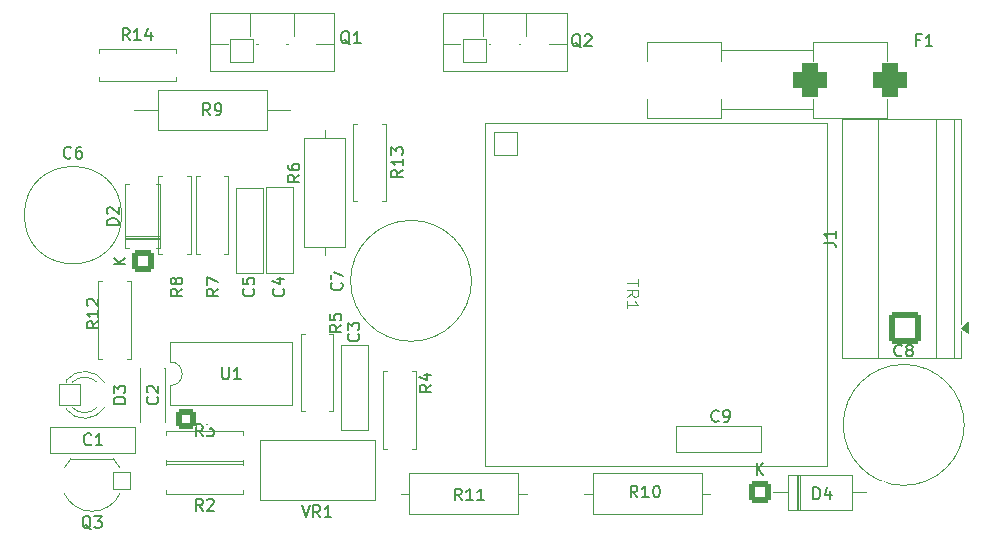
<source format=gbr>
%TF.GenerationSoftware,KiCad,Pcbnew,9.0.6+1*%
%TF.CreationDate,Date%
%TF.ProjectId,StepUp_module_12to450V,53746570-5570-45f6-9d6f-64756c655f31,1.0.0*%
%TF.SameCoordinates,Original*%
%TF.FileFunction,Legend,Top*%
%TF.FilePolarity,Positive*%
%FSLAX46Y46*%
G04 Gerber Fmt 4.6, Leading zero omitted, Abs format (unit mm)*
G04 Created by KiCad*
%MOMM*%
%LPD*%
G01*
G04 APERTURE LIST*
G04 Aperture macros list*
%AMRoundRect*
0 Rectangle with rounded corners*
0 $1 Rounding radius*
0 $2 $3 $4 $5 $6 $7 $8 $9 X,Y pos of 4 corners*
0 Add a 4 corners polygon primitive as box body*
4,1,4,$2,$3,$4,$5,$6,$7,$8,$9,$2,$3,0*
0 Add four circle primitives for the rounded corners*
1,1,$1+$1,$2,$3*
1,1,$1+$1,$4,$5*
1,1,$1+$1,$6,$7*
1,1,$1+$1,$8,$9*
0 Add four rect primitives between the rounded corners*
20,1,$1+$1,$2,$3,$4,$5,0*
20,1,$1+$1,$4,$5,$6,$7,0*
20,1,$1+$1,$6,$7,$8,$9,0*
20,1,$1+$1,$8,$9,$2,$3,0*%
G04 Aperture macros list end*
%ADD10C,0.150000*%
%ADD11C,0.100000*%
%ADD12C,0.120000*%
%ADD13C,1.700000*%
%ADD14RoundRect,0.050000X-0.900000X-0.900000X0.900000X-0.900000X0.900000X0.900000X-0.900000X0.900000X0*%
%ADD15C,1.900000*%
%ADD16C,2.200000*%
%ADD17RoundRect,0.259616X1.090384X-1.090384X1.090384X1.090384X-1.090384X1.090384X-1.090384X-1.090384X0*%
%ADD18C,2.700000*%
%ADD19RoundRect,0.050000X-1.000000X1.000000X-1.000000X-1.000000X1.000000X-1.000000X1.000000X1.000000X0*%
%ADD20C,2.100000*%
%ADD21RoundRect,0.050000X-0.952500X-1.000000X0.952500X-1.000000X0.952500X1.000000X-0.952500X1.000000X0*%
%ADD22O,2.005000X2.100000*%
%ADD23RoundRect,0.050000X0.750000X0.750000X-0.750000X0.750000X-0.750000X-0.750000X0.750000X-0.750000X0*%
%ADD24C,1.600000*%
%ADD25RoundRect,0.265625X0.584375X-0.584375X0.584375X0.584375X-0.584375X0.584375X-0.584375X-0.584375X0*%
%ADD26RoundRect,0.700000X0.700000X0.700000X-0.700000X0.700000X-0.700000X-0.700000X0.700000X-0.700000X0*%
%ADD27C,2.800000*%
%ADD28C,1.540000*%
%ADD29RoundRect,0.263889X0.686111X-0.686111X0.686111X0.686111X-0.686111X0.686111X-0.686111X-0.686111X0*%
%ADD30RoundRect,0.263889X-0.686111X-0.686111X0.686111X-0.686111X0.686111X0.686111X-0.686111X0.686111X0*%
G04 APERTURE END LIST*
D10*
X137453076Y-77683382D02*
X137500696Y-77731001D01*
X137500696Y-77731001D02*
X137548315Y-77873858D01*
X137548315Y-77873858D02*
X137548315Y-77969096D01*
X137548315Y-77969096D02*
X137500696Y-78111953D01*
X137500696Y-78111953D02*
X137405457Y-78207191D01*
X137405457Y-78207191D02*
X137310219Y-78254810D01*
X137310219Y-78254810D02*
X137119743Y-78302429D01*
X137119743Y-78302429D02*
X136976886Y-78302429D01*
X136976886Y-78302429D02*
X136786410Y-78254810D01*
X136786410Y-78254810D02*
X136691172Y-78207191D01*
X136691172Y-78207191D02*
X136595934Y-78111953D01*
X136595934Y-78111953D02*
X136548315Y-77969096D01*
X136548315Y-77969096D02*
X136548315Y-77873858D01*
X136548315Y-77873858D02*
X136595934Y-77731001D01*
X136595934Y-77731001D02*
X136643553Y-77683382D01*
X136881648Y-76826239D02*
X137548315Y-76826239D01*
X136500696Y-77064334D02*
X137214981Y-77302429D01*
X137214981Y-77302429D02*
X137214981Y-76683382D01*
X152553534Y-95594851D02*
X152220201Y-95118660D01*
X151982106Y-95594851D02*
X151982106Y-94594851D01*
X151982106Y-94594851D02*
X152363058Y-94594851D01*
X152363058Y-94594851D02*
X152458296Y-94642470D01*
X152458296Y-94642470D02*
X152505915Y-94690089D01*
X152505915Y-94690089D02*
X152553534Y-94785327D01*
X152553534Y-94785327D02*
X152553534Y-94928184D01*
X152553534Y-94928184D02*
X152505915Y-95023422D01*
X152505915Y-95023422D02*
X152458296Y-95071041D01*
X152458296Y-95071041D02*
X152363058Y-95118660D01*
X152363058Y-95118660D02*
X151982106Y-95118660D01*
X153505915Y-95594851D02*
X152934487Y-95594851D01*
X153220201Y-95594851D02*
X153220201Y-94594851D01*
X153220201Y-94594851D02*
X153124963Y-94737708D01*
X153124963Y-94737708D02*
X153029725Y-94832946D01*
X153029725Y-94832946D02*
X152934487Y-94880565D01*
X154458296Y-95594851D02*
X153886868Y-95594851D01*
X154172582Y-95594851D02*
X154172582Y-94594851D01*
X154172582Y-94594851D02*
X154077344Y-94737708D01*
X154077344Y-94737708D02*
X153982106Y-94832946D01*
X153982106Y-94832946D02*
X153886868Y-94880565D01*
X121178829Y-90830296D02*
X121131210Y-90877916D01*
X121131210Y-90877916D02*
X120988353Y-90925535D01*
X120988353Y-90925535D02*
X120893115Y-90925535D01*
X120893115Y-90925535D02*
X120750258Y-90877916D01*
X120750258Y-90877916D02*
X120655020Y-90782677D01*
X120655020Y-90782677D02*
X120607401Y-90687439D01*
X120607401Y-90687439D02*
X120559782Y-90496963D01*
X120559782Y-90496963D02*
X120559782Y-90354106D01*
X120559782Y-90354106D02*
X120607401Y-90163630D01*
X120607401Y-90163630D02*
X120655020Y-90068392D01*
X120655020Y-90068392D02*
X120750258Y-89973154D01*
X120750258Y-89973154D02*
X120893115Y-89925535D01*
X120893115Y-89925535D02*
X120988353Y-89925535D01*
X120988353Y-89925535D02*
X121131210Y-89973154D01*
X121131210Y-89973154D02*
X121178829Y-90020773D01*
X122131210Y-90925535D02*
X121559782Y-90925535D01*
X121845496Y-90925535D02*
X121845496Y-89925535D01*
X121845496Y-89925535D02*
X121750258Y-90068392D01*
X121750258Y-90068392D02*
X121655020Y-90163630D01*
X121655020Y-90163630D02*
X121559782Y-90211249D01*
X124086315Y-87398810D02*
X123086315Y-87398810D01*
X123086315Y-87398810D02*
X123086315Y-87160715D01*
X123086315Y-87160715D02*
X123133934Y-87017858D01*
X123133934Y-87017858D02*
X123229172Y-86922620D01*
X123229172Y-86922620D02*
X123324410Y-86875001D01*
X123324410Y-86875001D02*
X123514886Y-86827382D01*
X123514886Y-86827382D02*
X123657743Y-86827382D01*
X123657743Y-86827382D02*
X123848219Y-86875001D01*
X123848219Y-86875001D02*
X123943457Y-86922620D01*
X123943457Y-86922620D02*
X124038696Y-87017858D01*
X124038696Y-87017858D02*
X124086315Y-87160715D01*
X124086315Y-87160715D02*
X124086315Y-87398810D01*
X123086315Y-86494048D02*
X123086315Y-85875001D01*
X123086315Y-85875001D02*
X123467267Y-86208334D01*
X123467267Y-86208334D02*
X123467267Y-86065477D01*
X123467267Y-86065477D02*
X123514886Y-85970239D01*
X123514886Y-85970239D02*
X123562505Y-85922620D01*
X123562505Y-85922620D02*
X123657743Y-85875001D01*
X123657743Y-85875001D02*
X123895838Y-85875001D01*
X123895838Y-85875001D02*
X123991076Y-85922620D01*
X123991076Y-85922620D02*
X124038696Y-85970239D01*
X124038696Y-85970239D02*
X124086315Y-86065477D01*
X124086315Y-86065477D02*
X124086315Y-86351191D01*
X124086315Y-86351191D02*
X124038696Y-86446429D01*
X124038696Y-86446429D02*
X123991076Y-86494048D01*
X167437934Y-95340851D02*
X167104601Y-94864660D01*
X166866506Y-95340851D02*
X166866506Y-94340851D01*
X166866506Y-94340851D02*
X167247458Y-94340851D01*
X167247458Y-94340851D02*
X167342696Y-94388470D01*
X167342696Y-94388470D02*
X167390315Y-94436089D01*
X167390315Y-94436089D02*
X167437934Y-94531327D01*
X167437934Y-94531327D02*
X167437934Y-94674184D01*
X167437934Y-94674184D02*
X167390315Y-94769422D01*
X167390315Y-94769422D02*
X167342696Y-94817041D01*
X167342696Y-94817041D02*
X167247458Y-94864660D01*
X167247458Y-94864660D02*
X166866506Y-94864660D01*
X168390315Y-95340851D02*
X167818887Y-95340851D01*
X168104601Y-95340851D02*
X168104601Y-94340851D01*
X168104601Y-94340851D02*
X168009363Y-94483708D01*
X168009363Y-94483708D02*
X167914125Y-94578946D01*
X167914125Y-94578946D02*
X167818887Y-94626565D01*
X169009363Y-94340851D02*
X169104601Y-94340851D01*
X169104601Y-94340851D02*
X169199839Y-94388470D01*
X169199839Y-94388470D02*
X169247458Y-94436089D01*
X169247458Y-94436089D02*
X169295077Y-94531327D01*
X169295077Y-94531327D02*
X169342696Y-94721803D01*
X169342696Y-94721803D02*
X169342696Y-94959898D01*
X169342696Y-94959898D02*
X169295077Y-95150374D01*
X169295077Y-95150374D02*
X169247458Y-95245612D01*
X169247458Y-95245612D02*
X169199839Y-95293232D01*
X169199839Y-95293232D02*
X169104601Y-95340851D01*
X169104601Y-95340851D02*
X169009363Y-95340851D01*
X169009363Y-95340851D02*
X168914125Y-95293232D01*
X168914125Y-95293232D02*
X168866506Y-95245612D01*
X168866506Y-95245612D02*
X168818887Y-95150374D01*
X168818887Y-95150374D02*
X168771268Y-94959898D01*
X168771268Y-94959898D02*
X168771268Y-94721803D01*
X168771268Y-94721803D02*
X168818887Y-94531327D01*
X168818887Y-94531327D02*
X168866506Y-94436089D01*
X168866506Y-94436089D02*
X168914125Y-94388470D01*
X168914125Y-94388470D02*
X169009363Y-94340851D01*
X183238819Y-73797333D02*
X183953104Y-73797333D01*
X183953104Y-73797333D02*
X184095961Y-73844952D01*
X184095961Y-73844952D02*
X184191200Y-73940190D01*
X184191200Y-73940190D02*
X184238819Y-74083047D01*
X184238819Y-74083047D02*
X184238819Y-74178285D01*
X184238819Y-72797333D02*
X184238819Y-73368761D01*
X184238819Y-73083047D02*
X183238819Y-73083047D01*
X183238819Y-73083047D02*
X183381676Y-73178285D01*
X183381676Y-73178285D02*
X183476914Y-73273523D01*
X183476914Y-73273523D02*
X183524533Y-73368761D01*
X149994315Y-85811382D02*
X149518124Y-86144715D01*
X149994315Y-86382810D02*
X148994315Y-86382810D01*
X148994315Y-86382810D02*
X148994315Y-86001858D01*
X148994315Y-86001858D02*
X149041934Y-85906620D01*
X149041934Y-85906620D02*
X149089553Y-85859001D01*
X149089553Y-85859001D02*
X149184791Y-85811382D01*
X149184791Y-85811382D02*
X149327648Y-85811382D01*
X149327648Y-85811382D02*
X149422886Y-85859001D01*
X149422886Y-85859001D02*
X149470505Y-85906620D01*
X149470505Y-85906620D02*
X149518124Y-86001858D01*
X149518124Y-86001858D02*
X149518124Y-86382810D01*
X149327648Y-84954239D02*
X149994315Y-84954239D01*
X148946696Y-85192334D02*
X149660981Y-85430429D01*
X149660981Y-85430429D02*
X149660981Y-84811382D01*
X142374315Y-80731382D02*
X141898124Y-81064715D01*
X142374315Y-81302810D02*
X141374315Y-81302810D01*
X141374315Y-81302810D02*
X141374315Y-80921858D01*
X141374315Y-80921858D02*
X141421934Y-80826620D01*
X141421934Y-80826620D02*
X141469553Y-80779001D01*
X141469553Y-80779001D02*
X141564791Y-80731382D01*
X141564791Y-80731382D02*
X141707648Y-80731382D01*
X141707648Y-80731382D02*
X141802886Y-80779001D01*
X141802886Y-80779001D02*
X141850505Y-80826620D01*
X141850505Y-80826620D02*
X141898124Y-80921858D01*
X141898124Y-80921858D02*
X141898124Y-81302810D01*
X141374315Y-79826620D02*
X141374315Y-80302810D01*
X141374315Y-80302810D02*
X141850505Y-80350429D01*
X141850505Y-80350429D02*
X141802886Y-80302810D01*
X141802886Y-80302810D02*
X141755267Y-80207572D01*
X141755267Y-80207572D02*
X141755267Y-79969477D01*
X141755267Y-79969477D02*
X141802886Y-79874239D01*
X141802886Y-79874239D02*
X141850505Y-79826620D01*
X141850505Y-79826620D02*
X141945743Y-79779001D01*
X141945743Y-79779001D02*
X142183838Y-79779001D01*
X142183838Y-79779001D02*
X142279076Y-79826620D01*
X142279076Y-79826620D02*
X142326696Y-79874239D01*
X142326696Y-79874239D02*
X142374315Y-79969477D01*
X142374315Y-79969477D02*
X142374315Y-80207572D01*
X142374315Y-80207572D02*
X142326696Y-80302810D01*
X142326696Y-80302810D02*
X142279076Y-80350429D01*
X134913076Y-77683382D02*
X134960696Y-77731001D01*
X134960696Y-77731001D02*
X135008315Y-77873858D01*
X135008315Y-77873858D02*
X135008315Y-77969096D01*
X135008315Y-77969096D02*
X134960696Y-78111953D01*
X134960696Y-78111953D02*
X134865457Y-78207191D01*
X134865457Y-78207191D02*
X134770219Y-78254810D01*
X134770219Y-78254810D02*
X134579743Y-78302429D01*
X134579743Y-78302429D02*
X134436886Y-78302429D01*
X134436886Y-78302429D02*
X134246410Y-78254810D01*
X134246410Y-78254810D02*
X134151172Y-78207191D01*
X134151172Y-78207191D02*
X134055934Y-78111953D01*
X134055934Y-78111953D02*
X134008315Y-77969096D01*
X134008315Y-77969096D02*
X134008315Y-77873858D01*
X134008315Y-77873858D02*
X134055934Y-77731001D01*
X134055934Y-77731001D02*
X134103553Y-77683382D01*
X134008315Y-76778620D02*
X134008315Y-77254810D01*
X134008315Y-77254810D02*
X134484505Y-77302429D01*
X134484505Y-77302429D02*
X134436886Y-77254810D01*
X134436886Y-77254810D02*
X134389267Y-77159572D01*
X134389267Y-77159572D02*
X134389267Y-76921477D01*
X134389267Y-76921477D02*
X134436886Y-76826239D01*
X134436886Y-76826239D02*
X134484505Y-76778620D01*
X134484505Y-76778620D02*
X134579743Y-76731001D01*
X134579743Y-76731001D02*
X134817838Y-76731001D01*
X134817838Y-76731001D02*
X134913076Y-76778620D01*
X134913076Y-76778620D02*
X134960696Y-76826239D01*
X134960696Y-76826239D02*
X135008315Y-76921477D01*
X135008315Y-76921477D02*
X135008315Y-77159572D01*
X135008315Y-77159572D02*
X134960696Y-77254810D01*
X134960696Y-77254810D02*
X134913076Y-77302429D01*
X189815656Y-83314580D02*
X189768037Y-83362200D01*
X189768037Y-83362200D02*
X189625180Y-83409819D01*
X189625180Y-83409819D02*
X189529942Y-83409819D01*
X189529942Y-83409819D02*
X189387085Y-83362200D01*
X189387085Y-83362200D02*
X189291847Y-83266961D01*
X189291847Y-83266961D02*
X189244228Y-83171723D01*
X189244228Y-83171723D02*
X189196609Y-82981247D01*
X189196609Y-82981247D02*
X189196609Y-82838390D01*
X189196609Y-82838390D02*
X189244228Y-82647914D01*
X189244228Y-82647914D02*
X189291847Y-82552676D01*
X189291847Y-82552676D02*
X189387085Y-82457438D01*
X189387085Y-82457438D02*
X189529942Y-82409819D01*
X189529942Y-82409819D02*
X189625180Y-82409819D01*
X189625180Y-82409819D02*
X189768037Y-82457438D01*
X189768037Y-82457438D02*
X189815656Y-82505057D01*
X190387085Y-82838390D02*
X190291847Y-82790771D01*
X190291847Y-82790771D02*
X190244228Y-82743152D01*
X190244228Y-82743152D02*
X190196609Y-82647914D01*
X190196609Y-82647914D02*
X190196609Y-82600295D01*
X190196609Y-82600295D02*
X190244228Y-82505057D01*
X190244228Y-82505057D02*
X190291847Y-82457438D01*
X190291847Y-82457438D02*
X190387085Y-82409819D01*
X190387085Y-82409819D02*
X190577561Y-82409819D01*
X190577561Y-82409819D02*
X190672799Y-82457438D01*
X190672799Y-82457438D02*
X190720418Y-82505057D01*
X190720418Y-82505057D02*
X190768037Y-82600295D01*
X190768037Y-82600295D02*
X190768037Y-82647914D01*
X190768037Y-82647914D02*
X190720418Y-82743152D01*
X190720418Y-82743152D02*
X190672799Y-82790771D01*
X190672799Y-82790771D02*
X190577561Y-82838390D01*
X190577561Y-82838390D02*
X190387085Y-82838390D01*
X190387085Y-82838390D02*
X190291847Y-82886009D01*
X190291847Y-82886009D02*
X190244228Y-82933628D01*
X190244228Y-82933628D02*
X190196609Y-83028866D01*
X190196609Y-83028866D02*
X190196609Y-83219342D01*
X190196609Y-83219342D02*
X190244228Y-83314580D01*
X190244228Y-83314580D02*
X190291847Y-83362200D01*
X190291847Y-83362200D02*
X190387085Y-83409819D01*
X190387085Y-83409819D02*
X190577561Y-83409819D01*
X190577561Y-83409819D02*
X190672799Y-83362200D01*
X190672799Y-83362200D02*
X190720418Y-83314580D01*
X190720418Y-83314580D02*
X190768037Y-83219342D01*
X190768037Y-83219342D02*
X190768037Y-83028866D01*
X190768037Y-83028866D02*
X190720418Y-82933628D01*
X190720418Y-82933628D02*
X190672799Y-82886009D01*
X190672799Y-82886009D02*
X190577561Y-82838390D01*
D11*
X167524580Y-76894095D02*
X167524580Y-77465523D01*
X166524580Y-77179809D02*
X167524580Y-77179809D01*
X166524580Y-78370285D02*
X167000771Y-78036952D01*
X166524580Y-77798857D02*
X167524580Y-77798857D01*
X167524580Y-77798857D02*
X167524580Y-78179809D01*
X167524580Y-78179809D02*
X167476961Y-78275047D01*
X167476961Y-78275047D02*
X167429342Y-78322666D01*
X167429342Y-78322666D02*
X167334104Y-78370285D01*
X167334104Y-78370285D02*
X167191247Y-78370285D01*
X167191247Y-78370285D02*
X167096009Y-78322666D01*
X167096009Y-78322666D02*
X167048390Y-78275047D01*
X167048390Y-78275047D02*
X167000771Y-78179809D01*
X167000771Y-78179809D02*
X167000771Y-77798857D01*
X166524580Y-79322666D02*
X166524580Y-78751238D01*
X166524580Y-79036952D02*
X167524580Y-79036952D01*
X167524580Y-79036952D02*
X167381723Y-78941714D01*
X167381723Y-78941714D02*
X167286485Y-78846476D01*
X167286485Y-78846476D02*
X167238866Y-78751238D01*
D10*
X143094257Y-56984773D02*
X142999019Y-56937154D01*
X142999019Y-56937154D02*
X142903781Y-56841916D01*
X142903781Y-56841916D02*
X142760924Y-56699058D01*
X142760924Y-56699058D02*
X142665686Y-56651439D01*
X142665686Y-56651439D02*
X142570448Y-56651439D01*
X142618067Y-56889535D02*
X142522829Y-56841916D01*
X142522829Y-56841916D02*
X142427591Y-56746677D01*
X142427591Y-56746677D02*
X142379972Y-56556201D01*
X142379972Y-56556201D02*
X142379972Y-56222868D01*
X142379972Y-56222868D02*
X142427591Y-56032392D01*
X142427591Y-56032392D02*
X142522829Y-55937154D01*
X142522829Y-55937154D02*
X142618067Y-55889535D01*
X142618067Y-55889535D02*
X142808543Y-55889535D01*
X142808543Y-55889535D02*
X142903781Y-55937154D01*
X142903781Y-55937154D02*
X142999019Y-56032392D01*
X142999019Y-56032392D02*
X143046638Y-56222868D01*
X143046638Y-56222868D02*
X143046638Y-56556201D01*
X143046638Y-56556201D02*
X142999019Y-56746677D01*
X142999019Y-56746677D02*
X142903781Y-56841916D01*
X142903781Y-56841916D02*
X142808543Y-56889535D01*
X142808543Y-56889535D02*
X142618067Y-56889535D01*
X143999019Y-56889535D02*
X143427591Y-56889535D01*
X143713305Y-56889535D02*
X143713305Y-55889535D01*
X143713305Y-55889535D02*
X143618067Y-56032392D01*
X143618067Y-56032392D02*
X143522829Y-56127630D01*
X143522829Y-56127630D02*
X143427591Y-56175249D01*
X131263333Y-62985535D02*
X130930000Y-62509344D01*
X130691905Y-62985535D02*
X130691905Y-61985535D01*
X130691905Y-61985535D02*
X131072857Y-61985535D01*
X131072857Y-61985535D02*
X131168095Y-62033154D01*
X131168095Y-62033154D02*
X131215714Y-62080773D01*
X131215714Y-62080773D02*
X131263333Y-62176011D01*
X131263333Y-62176011D02*
X131263333Y-62318868D01*
X131263333Y-62318868D02*
X131215714Y-62414106D01*
X131215714Y-62414106D02*
X131168095Y-62461725D01*
X131168095Y-62461725D02*
X131072857Y-62509344D01*
X131072857Y-62509344D02*
X130691905Y-62509344D01*
X131739524Y-62985535D02*
X131930000Y-62985535D01*
X131930000Y-62985535D02*
X132025238Y-62937916D01*
X132025238Y-62937916D02*
X132072857Y-62890296D01*
X132072857Y-62890296D02*
X132168095Y-62747439D01*
X132168095Y-62747439D02*
X132215714Y-62556963D01*
X132215714Y-62556963D02*
X132215714Y-62176011D01*
X132215714Y-62176011D02*
X132168095Y-62080773D01*
X132168095Y-62080773D02*
X132120476Y-62033154D01*
X132120476Y-62033154D02*
X132025238Y-61985535D01*
X132025238Y-61985535D02*
X131834762Y-61985535D01*
X131834762Y-61985535D02*
X131739524Y-62033154D01*
X131739524Y-62033154D02*
X131691905Y-62080773D01*
X131691905Y-62080773D02*
X131644286Y-62176011D01*
X131644286Y-62176011D02*
X131644286Y-62414106D01*
X131644286Y-62414106D02*
X131691905Y-62509344D01*
X131691905Y-62509344D02*
X131739524Y-62556963D01*
X131739524Y-62556963D02*
X131834762Y-62604582D01*
X131834762Y-62604582D02*
X132025238Y-62604582D01*
X132025238Y-62604582D02*
X132120476Y-62556963D01*
X132120476Y-62556963D02*
X132168095Y-62509344D01*
X132168095Y-62509344D02*
X132215714Y-62414106D01*
X143803076Y-81493382D02*
X143850696Y-81541001D01*
X143850696Y-81541001D02*
X143898315Y-81683858D01*
X143898315Y-81683858D02*
X143898315Y-81779096D01*
X143898315Y-81779096D02*
X143850696Y-81921953D01*
X143850696Y-81921953D02*
X143755457Y-82017191D01*
X143755457Y-82017191D02*
X143660219Y-82064810D01*
X143660219Y-82064810D02*
X143469743Y-82112429D01*
X143469743Y-82112429D02*
X143326886Y-82112429D01*
X143326886Y-82112429D02*
X143136410Y-82064810D01*
X143136410Y-82064810D02*
X143041172Y-82017191D01*
X143041172Y-82017191D02*
X142945934Y-81921953D01*
X142945934Y-81921953D02*
X142898315Y-81779096D01*
X142898315Y-81779096D02*
X142898315Y-81683858D01*
X142898315Y-81683858D02*
X142945934Y-81541001D01*
X142945934Y-81541001D02*
X142993553Y-81493382D01*
X142898315Y-81160048D02*
X142898315Y-80541001D01*
X142898315Y-80541001D02*
X143279267Y-80874334D01*
X143279267Y-80874334D02*
X143279267Y-80731477D01*
X143279267Y-80731477D02*
X143326886Y-80636239D01*
X143326886Y-80636239D02*
X143374505Y-80588620D01*
X143374505Y-80588620D02*
X143469743Y-80541001D01*
X143469743Y-80541001D02*
X143707838Y-80541001D01*
X143707838Y-80541001D02*
X143803076Y-80588620D01*
X143803076Y-80588620D02*
X143850696Y-80636239D01*
X143850696Y-80636239D02*
X143898315Y-80731477D01*
X143898315Y-80731477D02*
X143898315Y-81017191D01*
X143898315Y-81017191D02*
X143850696Y-81112429D01*
X143850696Y-81112429D02*
X143803076Y-81160048D01*
X126785076Y-86827382D02*
X126832696Y-86875001D01*
X126832696Y-86875001D02*
X126880315Y-87017858D01*
X126880315Y-87017858D02*
X126880315Y-87113096D01*
X126880315Y-87113096D02*
X126832696Y-87255953D01*
X126832696Y-87255953D02*
X126737457Y-87351191D01*
X126737457Y-87351191D02*
X126642219Y-87398810D01*
X126642219Y-87398810D02*
X126451743Y-87446429D01*
X126451743Y-87446429D02*
X126308886Y-87446429D01*
X126308886Y-87446429D02*
X126118410Y-87398810D01*
X126118410Y-87398810D02*
X126023172Y-87351191D01*
X126023172Y-87351191D02*
X125927934Y-87255953D01*
X125927934Y-87255953D02*
X125880315Y-87113096D01*
X125880315Y-87113096D02*
X125880315Y-87017858D01*
X125880315Y-87017858D02*
X125927934Y-86875001D01*
X125927934Y-86875001D02*
X125975553Y-86827382D01*
X125975553Y-86446429D02*
X125927934Y-86398810D01*
X125927934Y-86398810D02*
X125880315Y-86303572D01*
X125880315Y-86303572D02*
X125880315Y-86065477D01*
X125880315Y-86065477D02*
X125927934Y-85970239D01*
X125927934Y-85970239D02*
X125975553Y-85922620D01*
X125975553Y-85922620D02*
X126070791Y-85875001D01*
X126070791Y-85875001D02*
X126166029Y-85875001D01*
X126166029Y-85875001D02*
X126308886Y-85922620D01*
X126308886Y-85922620D02*
X126880315Y-86494048D01*
X126880315Y-86494048D02*
X126880315Y-85875001D01*
X121174761Y-98035057D02*
X121079523Y-97987438D01*
X121079523Y-97987438D02*
X120984285Y-97892200D01*
X120984285Y-97892200D02*
X120841428Y-97749342D01*
X120841428Y-97749342D02*
X120746190Y-97701723D01*
X120746190Y-97701723D02*
X120650952Y-97701723D01*
X120698571Y-97939819D02*
X120603333Y-97892200D01*
X120603333Y-97892200D02*
X120508095Y-97796961D01*
X120508095Y-97796961D02*
X120460476Y-97606485D01*
X120460476Y-97606485D02*
X120460476Y-97273152D01*
X120460476Y-97273152D02*
X120508095Y-97082676D01*
X120508095Y-97082676D02*
X120603333Y-96987438D01*
X120603333Y-96987438D02*
X120698571Y-96939819D01*
X120698571Y-96939819D02*
X120889047Y-96939819D01*
X120889047Y-96939819D02*
X120984285Y-96987438D01*
X120984285Y-96987438D02*
X121079523Y-97082676D01*
X121079523Y-97082676D02*
X121127142Y-97273152D01*
X121127142Y-97273152D02*
X121127142Y-97606485D01*
X121127142Y-97606485D02*
X121079523Y-97796961D01*
X121079523Y-97796961D02*
X120984285Y-97892200D01*
X120984285Y-97892200D02*
X120889047Y-97939819D01*
X120889047Y-97939819D02*
X120698571Y-97939819D01*
X121460476Y-96939819D02*
X122079523Y-96939819D01*
X122079523Y-96939819D02*
X121746190Y-97320771D01*
X121746190Y-97320771D02*
X121889047Y-97320771D01*
X121889047Y-97320771D02*
X121984285Y-97368390D01*
X121984285Y-97368390D02*
X122031904Y-97416009D01*
X122031904Y-97416009D02*
X122079523Y-97511247D01*
X122079523Y-97511247D02*
X122079523Y-97749342D01*
X122079523Y-97749342D02*
X122031904Y-97844580D01*
X122031904Y-97844580D02*
X121984285Y-97892200D01*
X121984285Y-97892200D02*
X121889047Y-97939819D01*
X121889047Y-97939819D02*
X121603333Y-97939819D01*
X121603333Y-97939819D02*
X121508095Y-97892200D01*
X121508095Y-97892200D02*
X121460476Y-97844580D01*
X130628333Y-90163535D02*
X130295000Y-89687344D01*
X130056905Y-90163535D02*
X130056905Y-89163535D01*
X130056905Y-89163535D02*
X130437857Y-89163535D01*
X130437857Y-89163535D02*
X130533095Y-89211154D01*
X130533095Y-89211154D02*
X130580714Y-89258773D01*
X130580714Y-89258773D02*
X130628333Y-89354011D01*
X130628333Y-89354011D02*
X130628333Y-89496868D01*
X130628333Y-89496868D02*
X130580714Y-89592106D01*
X130580714Y-89592106D02*
X130533095Y-89639725D01*
X130533095Y-89639725D02*
X130437857Y-89687344D01*
X130437857Y-89687344D02*
X130056905Y-89687344D01*
X130961667Y-89163535D02*
X131580714Y-89163535D01*
X131580714Y-89163535D02*
X131247381Y-89544487D01*
X131247381Y-89544487D02*
X131390238Y-89544487D01*
X131390238Y-89544487D02*
X131485476Y-89592106D01*
X131485476Y-89592106D02*
X131533095Y-89639725D01*
X131533095Y-89639725D02*
X131580714Y-89734963D01*
X131580714Y-89734963D02*
X131580714Y-89973058D01*
X131580714Y-89973058D02*
X131533095Y-90068296D01*
X131533095Y-90068296D02*
X131485476Y-90115916D01*
X131485476Y-90115916D02*
X131390238Y-90163535D01*
X131390238Y-90163535D02*
X131104524Y-90163535D01*
X131104524Y-90163535D02*
X131009286Y-90115916D01*
X131009286Y-90115916D02*
X130961667Y-90068296D01*
X132267591Y-84332535D02*
X132267591Y-85142058D01*
X132267591Y-85142058D02*
X132315210Y-85237296D01*
X132315210Y-85237296D02*
X132362829Y-85284916D01*
X132362829Y-85284916D02*
X132458067Y-85332535D01*
X132458067Y-85332535D02*
X132648543Y-85332535D01*
X132648543Y-85332535D02*
X132743781Y-85284916D01*
X132743781Y-85284916D02*
X132791400Y-85237296D01*
X132791400Y-85237296D02*
X132839019Y-85142058D01*
X132839019Y-85142058D02*
X132839019Y-84332535D01*
X133839019Y-85332535D02*
X133267591Y-85332535D01*
X133553305Y-85332535D02*
X133553305Y-84332535D01*
X133553305Y-84332535D02*
X133458067Y-84475392D01*
X133458067Y-84475392D02*
X133362829Y-84570630D01*
X133362829Y-84570630D02*
X133267591Y-84618249D01*
X119483333Y-66559580D02*
X119435714Y-66607200D01*
X119435714Y-66607200D02*
X119292857Y-66654819D01*
X119292857Y-66654819D02*
X119197619Y-66654819D01*
X119197619Y-66654819D02*
X119054762Y-66607200D01*
X119054762Y-66607200D02*
X118959524Y-66511961D01*
X118959524Y-66511961D02*
X118911905Y-66416723D01*
X118911905Y-66416723D02*
X118864286Y-66226247D01*
X118864286Y-66226247D02*
X118864286Y-66083390D01*
X118864286Y-66083390D02*
X118911905Y-65892914D01*
X118911905Y-65892914D02*
X118959524Y-65797676D01*
X118959524Y-65797676D02*
X119054762Y-65702438D01*
X119054762Y-65702438D02*
X119197619Y-65654819D01*
X119197619Y-65654819D02*
X119292857Y-65654819D01*
X119292857Y-65654819D02*
X119435714Y-65702438D01*
X119435714Y-65702438D02*
X119483333Y-65750057D01*
X120340476Y-65654819D02*
X120150000Y-65654819D01*
X120150000Y-65654819D02*
X120054762Y-65702438D01*
X120054762Y-65702438D02*
X120007143Y-65750057D01*
X120007143Y-65750057D02*
X119911905Y-65892914D01*
X119911905Y-65892914D02*
X119864286Y-66083390D01*
X119864286Y-66083390D02*
X119864286Y-66464342D01*
X119864286Y-66464342D02*
X119911905Y-66559580D01*
X119911905Y-66559580D02*
X119959524Y-66607200D01*
X119959524Y-66607200D02*
X120054762Y-66654819D01*
X120054762Y-66654819D02*
X120245238Y-66654819D01*
X120245238Y-66654819D02*
X120340476Y-66607200D01*
X120340476Y-66607200D02*
X120388095Y-66559580D01*
X120388095Y-66559580D02*
X120435714Y-66464342D01*
X120435714Y-66464342D02*
X120435714Y-66226247D01*
X120435714Y-66226247D02*
X120388095Y-66131009D01*
X120388095Y-66131009D02*
X120340476Y-66083390D01*
X120340476Y-66083390D02*
X120245238Y-66035771D01*
X120245238Y-66035771D02*
X120054762Y-66035771D01*
X120054762Y-66035771D02*
X119959524Y-66083390D01*
X119959524Y-66083390D02*
X119911905Y-66131009D01*
X119911905Y-66131009D02*
X119864286Y-66226247D01*
X174315629Y-88849096D02*
X174268010Y-88896716D01*
X174268010Y-88896716D02*
X174125153Y-88944335D01*
X174125153Y-88944335D02*
X174029915Y-88944335D01*
X174029915Y-88944335D02*
X173887058Y-88896716D01*
X173887058Y-88896716D02*
X173791820Y-88801477D01*
X173791820Y-88801477D02*
X173744201Y-88706239D01*
X173744201Y-88706239D02*
X173696582Y-88515763D01*
X173696582Y-88515763D02*
X173696582Y-88372906D01*
X173696582Y-88372906D02*
X173744201Y-88182430D01*
X173744201Y-88182430D02*
X173791820Y-88087192D01*
X173791820Y-88087192D02*
X173887058Y-87991954D01*
X173887058Y-87991954D02*
X174029915Y-87944335D01*
X174029915Y-87944335D02*
X174125153Y-87944335D01*
X174125153Y-87944335D02*
X174268010Y-87991954D01*
X174268010Y-87991954D02*
X174315629Y-88039573D01*
X174791820Y-88944335D02*
X174982296Y-88944335D01*
X174982296Y-88944335D02*
X175077534Y-88896716D01*
X175077534Y-88896716D02*
X175125153Y-88849096D01*
X175125153Y-88849096D02*
X175220391Y-88706239D01*
X175220391Y-88706239D02*
X175268010Y-88515763D01*
X175268010Y-88515763D02*
X175268010Y-88134811D01*
X175268010Y-88134811D02*
X175220391Y-88039573D01*
X175220391Y-88039573D02*
X175172772Y-87991954D01*
X175172772Y-87991954D02*
X175077534Y-87944335D01*
X175077534Y-87944335D02*
X174887058Y-87944335D01*
X174887058Y-87944335D02*
X174791820Y-87991954D01*
X174791820Y-87991954D02*
X174744201Y-88039573D01*
X174744201Y-88039573D02*
X174696582Y-88134811D01*
X174696582Y-88134811D02*
X174696582Y-88372906D01*
X174696582Y-88372906D02*
X174744201Y-88468144D01*
X174744201Y-88468144D02*
X174791820Y-88515763D01*
X174791820Y-88515763D02*
X174887058Y-88563382D01*
X174887058Y-88563382D02*
X175077534Y-88563382D01*
X175077534Y-88563382D02*
X175172772Y-88515763D01*
X175172772Y-88515763D02*
X175220391Y-88468144D01*
X175220391Y-88468144D02*
X175268010Y-88372906D01*
X128912315Y-77683382D02*
X128436124Y-78016715D01*
X128912315Y-78254810D02*
X127912315Y-78254810D01*
X127912315Y-78254810D02*
X127912315Y-77873858D01*
X127912315Y-77873858D02*
X127959934Y-77778620D01*
X127959934Y-77778620D02*
X128007553Y-77731001D01*
X128007553Y-77731001D02*
X128102791Y-77683382D01*
X128102791Y-77683382D02*
X128245648Y-77683382D01*
X128245648Y-77683382D02*
X128340886Y-77731001D01*
X128340886Y-77731001D02*
X128388505Y-77778620D01*
X128388505Y-77778620D02*
X128436124Y-77873858D01*
X128436124Y-77873858D02*
X128436124Y-78254810D01*
X128340886Y-77111953D02*
X128293267Y-77207191D01*
X128293267Y-77207191D02*
X128245648Y-77254810D01*
X128245648Y-77254810D02*
X128150410Y-77302429D01*
X128150410Y-77302429D02*
X128102791Y-77302429D01*
X128102791Y-77302429D02*
X128007553Y-77254810D01*
X128007553Y-77254810D02*
X127959934Y-77207191D01*
X127959934Y-77207191D02*
X127912315Y-77111953D01*
X127912315Y-77111953D02*
X127912315Y-76921477D01*
X127912315Y-76921477D02*
X127959934Y-76826239D01*
X127959934Y-76826239D02*
X128007553Y-76778620D01*
X128007553Y-76778620D02*
X128102791Y-76731001D01*
X128102791Y-76731001D02*
X128150410Y-76731001D01*
X128150410Y-76731001D02*
X128245648Y-76778620D01*
X128245648Y-76778620D02*
X128293267Y-76826239D01*
X128293267Y-76826239D02*
X128340886Y-76921477D01*
X128340886Y-76921477D02*
X128340886Y-77111953D01*
X128340886Y-77111953D02*
X128388505Y-77207191D01*
X128388505Y-77207191D02*
X128436124Y-77254810D01*
X128436124Y-77254810D02*
X128531362Y-77302429D01*
X128531362Y-77302429D02*
X128721838Y-77302429D01*
X128721838Y-77302429D02*
X128817076Y-77254810D01*
X128817076Y-77254810D02*
X128864696Y-77207191D01*
X128864696Y-77207191D02*
X128912315Y-77111953D01*
X128912315Y-77111953D02*
X128912315Y-76921477D01*
X128912315Y-76921477D02*
X128864696Y-76826239D01*
X128864696Y-76826239D02*
X128817076Y-76778620D01*
X128817076Y-76778620D02*
X128721838Y-76731001D01*
X128721838Y-76731001D02*
X128531362Y-76731001D01*
X128531362Y-76731001D02*
X128436124Y-76778620D01*
X128436124Y-76778620D02*
X128388505Y-76826239D01*
X128388505Y-76826239D02*
X128340886Y-76921477D01*
X138818315Y-68031382D02*
X138342124Y-68364715D01*
X138818315Y-68602810D02*
X137818315Y-68602810D01*
X137818315Y-68602810D02*
X137818315Y-68221858D01*
X137818315Y-68221858D02*
X137865934Y-68126620D01*
X137865934Y-68126620D02*
X137913553Y-68079001D01*
X137913553Y-68079001D02*
X138008791Y-68031382D01*
X138008791Y-68031382D02*
X138151648Y-68031382D01*
X138151648Y-68031382D02*
X138246886Y-68079001D01*
X138246886Y-68079001D02*
X138294505Y-68126620D01*
X138294505Y-68126620D02*
X138342124Y-68221858D01*
X138342124Y-68221858D02*
X138342124Y-68602810D01*
X137818315Y-67174239D02*
X137818315Y-67364715D01*
X137818315Y-67364715D02*
X137865934Y-67459953D01*
X137865934Y-67459953D02*
X137913553Y-67507572D01*
X137913553Y-67507572D02*
X138056410Y-67602810D01*
X138056410Y-67602810D02*
X138246886Y-67650429D01*
X138246886Y-67650429D02*
X138627838Y-67650429D01*
X138627838Y-67650429D02*
X138723076Y-67602810D01*
X138723076Y-67602810D02*
X138770696Y-67555191D01*
X138770696Y-67555191D02*
X138818315Y-67459953D01*
X138818315Y-67459953D02*
X138818315Y-67269477D01*
X138818315Y-67269477D02*
X138770696Y-67174239D01*
X138770696Y-67174239D02*
X138723076Y-67126620D01*
X138723076Y-67126620D02*
X138627838Y-67079001D01*
X138627838Y-67079001D02*
X138389743Y-67079001D01*
X138389743Y-67079001D02*
X138294505Y-67126620D01*
X138294505Y-67126620D02*
X138246886Y-67174239D01*
X138246886Y-67174239D02*
X138199267Y-67269477D01*
X138199267Y-67269477D02*
X138199267Y-67459953D01*
X138199267Y-67459953D02*
X138246886Y-67555191D01*
X138246886Y-67555191D02*
X138294505Y-67602810D01*
X138294505Y-67602810D02*
X138389743Y-67650429D01*
X147589819Y-67622857D02*
X147113628Y-67956190D01*
X147589819Y-68194285D02*
X146589819Y-68194285D01*
X146589819Y-68194285D02*
X146589819Y-67813333D01*
X146589819Y-67813333D02*
X146637438Y-67718095D01*
X146637438Y-67718095D02*
X146685057Y-67670476D01*
X146685057Y-67670476D02*
X146780295Y-67622857D01*
X146780295Y-67622857D02*
X146923152Y-67622857D01*
X146923152Y-67622857D02*
X147018390Y-67670476D01*
X147018390Y-67670476D02*
X147066009Y-67718095D01*
X147066009Y-67718095D02*
X147113628Y-67813333D01*
X147113628Y-67813333D02*
X147113628Y-68194285D01*
X147589819Y-66670476D02*
X147589819Y-67241904D01*
X147589819Y-66956190D02*
X146589819Y-66956190D01*
X146589819Y-66956190D02*
X146732676Y-67051428D01*
X146732676Y-67051428D02*
X146827914Y-67146666D01*
X146827914Y-67146666D02*
X146875533Y-67241904D01*
X146589819Y-66337142D02*
X146589819Y-65718095D01*
X146589819Y-65718095D02*
X146970771Y-66051428D01*
X146970771Y-66051428D02*
X146970771Y-65908571D01*
X146970771Y-65908571D02*
X147018390Y-65813333D01*
X147018390Y-65813333D02*
X147066009Y-65765714D01*
X147066009Y-65765714D02*
X147161247Y-65718095D01*
X147161247Y-65718095D02*
X147399342Y-65718095D01*
X147399342Y-65718095D02*
X147494580Y-65765714D01*
X147494580Y-65765714D02*
X147542200Y-65813333D01*
X147542200Y-65813333D02*
X147589819Y-65908571D01*
X147589819Y-65908571D02*
X147589819Y-66194285D01*
X147589819Y-66194285D02*
X147542200Y-66289523D01*
X147542200Y-66289523D02*
X147494580Y-66337142D01*
X130628333Y-96474819D02*
X130295000Y-95998628D01*
X130056905Y-96474819D02*
X130056905Y-95474819D01*
X130056905Y-95474819D02*
X130437857Y-95474819D01*
X130437857Y-95474819D02*
X130533095Y-95522438D01*
X130533095Y-95522438D02*
X130580714Y-95570057D01*
X130580714Y-95570057D02*
X130628333Y-95665295D01*
X130628333Y-95665295D02*
X130628333Y-95808152D01*
X130628333Y-95808152D02*
X130580714Y-95903390D01*
X130580714Y-95903390D02*
X130533095Y-95951009D01*
X130533095Y-95951009D02*
X130437857Y-95998628D01*
X130437857Y-95998628D02*
X130056905Y-95998628D01*
X131009286Y-95570057D02*
X131056905Y-95522438D01*
X131056905Y-95522438D02*
X131152143Y-95474819D01*
X131152143Y-95474819D02*
X131390238Y-95474819D01*
X131390238Y-95474819D02*
X131485476Y-95522438D01*
X131485476Y-95522438D02*
X131533095Y-95570057D01*
X131533095Y-95570057D02*
X131580714Y-95665295D01*
X131580714Y-95665295D02*
X131580714Y-95760533D01*
X131580714Y-95760533D02*
X131533095Y-95903390D01*
X131533095Y-95903390D02*
X130961667Y-96474819D01*
X130961667Y-96474819D02*
X131580714Y-96474819D01*
X191370162Y-56619725D02*
X191036829Y-56619725D01*
X191036829Y-57143535D02*
X191036829Y-56143535D01*
X191036829Y-56143535D02*
X191513019Y-56143535D01*
X192417781Y-57143535D02*
X191846353Y-57143535D01*
X192132067Y-57143535D02*
X192132067Y-56143535D01*
X192132067Y-56143535D02*
X192036829Y-56286392D01*
X192036829Y-56286392D02*
X191941591Y-56381630D01*
X191941591Y-56381630D02*
X191846353Y-56429249D01*
X121800315Y-80445573D02*
X121324124Y-80778906D01*
X121800315Y-81017001D02*
X120800315Y-81017001D01*
X120800315Y-81017001D02*
X120800315Y-80636049D01*
X120800315Y-80636049D02*
X120847934Y-80540811D01*
X120847934Y-80540811D02*
X120895553Y-80493192D01*
X120895553Y-80493192D02*
X120990791Y-80445573D01*
X120990791Y-80445573D02*
X121133648Y-80445573D01*
X121133648Y-80445573D02*
X121228886Y-80493192D01*
X121228886Y-80493192D02*
X121276505Y-80540811D01*
X121276505Y-80540811D02*
X121324124Y-80636049D01*
X121324124Y-80636049D02*
X121324124Y-81017001D01*
X121800315Y-79493192D02*
X121800315Y-80064620D01*
X121800315Y-79778906D02*
X120800315Y-79778906D01*
X120800315Y-79778906D02*
X120943172Y-79874144D01*
X120943172Y-79874144D02*
X121038410Y-79969382D01*
X121038410Y-79969382D02*
X121086029Y-80064620D01*
X120895553Y-79112239D02*
X120847934Y-79064620D01*
X120847934Y-79064620D02*
X120800315Y-78969382D01*
X120800315Y-78969382D02*
X120800315Y-78731287D01*
X120800315Y-78731287D02*
X120847934Y-78636049D01*
X120847934Y-78636049D02*
X120895553Y-78588430D01*
X120895553Y-78588430D02*
X120990791Y-78540811D01*
X120990791Y-78540811D02*
X121086029Y-78540811D01*
X121086029Y-78540811D02*
X121228886Y-78588430D01*
X121228886Y-78588430D02*
X121800315Y-79159858D01*
X121800315Y-79159858D02*
X121800315Y-78540811D01*
X139010476Y-96021535D02*
X139343809Y-97021535D01*
X139343809Y-97021535D02*
X139677142Y-96021535D01*
X140581904Y-97021535D02*
X140248571Y-96545344D01*
X140010476Y-97021535D02*
X140010476Y-96021535D01*
X140010476Y-96021535D02*
X140391428Y-96021535D01*
X140391428Y-96021535D02*
X140486666Y-96069154D01*
X140486666Y-96069154D02*
X140534285Y-96116773D01*
X140534285Y-96116773D02*
X140581904Y-96212011D01*
X140581904Y-96212011D02*
X140581904Y-96354868D01*
X140581904Y-96354868D02*
X140534285Y-96450106D01*
X140534285Y-96450106D02*
X140486666Y-96497725D01*
X140486666Y-96497725D02*
X140391428Y-96545344D01*
X140391428Y-96545344D02*
X140010476Y-96545344D01*
X141534285Y-97021535D02*
X140962857Y-97021535D01*
X141248571Y-97021535D02*
X141248571Y-96021535D01*
X141248571Y-96021535D02*
X141153333Y-96164392D01*
X141153333Y-96164392D02*
X141058095Y-96259630D01*
X141058095Y-96259630D02*
X140962857Y-96307249D01*
X162652257Y-57238773D02*
X162557019Y-57191154D01*
X162557019Y-57191154D02*
X162461781Y-57095916D01*
X162461781Y-57095916D02*
X162318924Y-56953058D01*
X162318924Y-56953058D02*
X162223686Y-56905439D01*
X162223686Y-56905439D02*
X162128448Y-56905439D01*
X162176067Y-57143535D02*
X162080829Y-57095916D01*
X162080829Y-57095916D02*
X161985591Y-57000677D01*
X161985591Y-57000677D02*
X161937972Y-56810201D01*
X161937972Y-56810201D02*
X161937972Y-56476868D01*
X161937972Y-56476868D02*
X161985591Y-56286392D01*
X161985591Y-56286392D02*
X162080829Y-56191154D01*
X162080829Y-56191154D02*
X162176067Y-56143535D01*
X162176067Y-56143535D02*
X162366543Y-56143535D01*
X162366543Y-56143535D02*
X162461781Y-56191154D01*
X162461781Y-56191154D02*
X162557019Y-56286392D01*
X162557019Y-56286392D02*
X162604638Y-56476868D01*
X162604638Y-56476868D02*
X162604638Y-56810201D01*
X162604638Y-56810201D02*
X162557019Y-57000677D01*
X162557019Y-57000677D02*
X162461781Y-57095916D01*
X162461781Y-57095916D02*
X162366543Y-57143535D01*
X162366543Y-57143535D02*
X162176067Y-57143535D01*
X162985591Y-56238773D02*
X163033210Y-56191154D01*
X163033210Y-56191154D02*
X163128448Y-56143535D01*
X163128448Y-56143535D02*
X163366543Y-56143535D01*
X163366543Y-56143535D02*
X163461781Y-56191154D01*
X163461781Y-56191154D02*
X163509400Y-56238773D01*
X163509400Y-56238773D02*
X163557019Y-56334011D01*
X163557019Y-56334011D02*
X163557019Y-56429249D01*
X163557019Y-56429249D02*
X163509400Y-56572106D01*
X163509400Y-56572106D02*
X162937972Y-57143535D01*
X162937972Y-57143535D02*
X163557019Y-57143535D01*
X131960315Y-77683382D02*
X131484124Y-78016715D01*
X131960315Y-78254810D02*
X130960315Y-78254810D01*
X130960315Y-78254810D02*
X130960315Y-77873858D01*
X130960315Y-77873858D02*
X131007934Y-77778620D01*
X131007934Y-77778620D02*
X131055553Y-77731001D01*
X131055553Y-77731001D02*
X131150791Y-77683382D01*
X131150791Y-77683382D02*
X131293648Y-77683382D01*
X131293648Y-77683382D02*
X131388886Y-77731001D01*
X131388886Y-77731001D02*
X131436505Y-77778620D01*
X131436505Y-77778620D02*
X131484124Y-77873858D01*
X131484124Y-77873858D02*
X131484124Y-78254810D01*
X130960315Y-77350048D02*
X130960315Y-76683382D01*
X130960315Y-76683382D02*
X131960315Y-77111953D01*
X123521315Y-72285810D02*
X122521315Y-72285810D01*
X122521315Y-72285810D02*
X122521315Y-72047715D01*
X122521315Y-72047715D02*
X122568934Y-71904858D01*
X122568934Y-71904858D02*
X122664172Y-71809620D01*
X122664172Y-71809620D02*
X122759410Y-71762001D01*
X122759410Y-71762001D02*
X122949886Y-71714382D01*
X122949886Y-71714382D02*
X123092743Y-71714382D01*
X123092743Y-71714382D02*
X123283219Y-71762001D01*
X123283219Y-71762001D02*
X123378457Y-71809620D01*
X123378457Y-71809620D02*
X123473696Y-71904858D01*
X123473696Y-71904858D02*
X123521315Y-72047715D01*
X123521315Y-72047715D02*
X123521315Y-72285810D01*
X122616553Y-71333429D02*
X122568934Y-71285810D01*
X122568934Y-71285810D02*
X122521315Y-71190572D01*
X122521315Y-71190572D02*
X122521315Y-70952477D01*
X122521315Y-70952477D02*
X122568934Y-70857239D01*
X122568934Y-70857239D02*
X122616553Y-70809620D01*
X122616553Y-70809620D02*
X122711791Y-70762001D01*
X122711791Y-70762001D02*
X122807029Y-70762001D01*
X122807029Y-70762001D02*
X122949886Y-70809620D01*
X122949886Y-70809620D02*
X123521315Y-71381048D01*
X123521315Y-71381048D02*
X123521315Y-70762001D01*
X124091315Y-75619620D02*
X123091315Y-75619620D01*
X124091315Y-75048192D02*
X123519886Y-75476763D01*
X123091315Y-75048192D02*
X123662743Y-75619620D01*
X182329401Y-95497535D02*
X182329401Y-94497535D01*
X182329401Y-94497535D02*
X182567496Y-94497535D01*
X182567496Y-94497535D02*
X182710353Y-94545154D01*
X182710353Y-94545154D02*
X182805591Y-94640392D01*
X182805591Y-94640392D02*
X182853210Y-94735630D01*
X182853210Y-94735630D02*
X182900829Y-94926106D01*
X182900829Y-94926106D02*
X182900829Y-95068963D01*
X182900829Y-95068963D02*
X182853210Y-95259439D01*
X182853210Y-95259439D02*
X182805591Y-95354677D01*
X182805591Y-95354677D02*
X182710353Y-95449916D01*
X182710353Y-95449916D02*
X182567496Y-95497535D01*
X182567496Y-95497535D02*
X182329401Y-95497535D01*
X183757972Y-94830868D02*
X183757972Y-95497535D01*
X183519877Y-94449916D02*
X183281782Y-95164201D01*
X183281782Y-95164201D02*
X183900829Y-95164201D01*
X177523095Y-93474819D02*
X177523095Y-92474819D01*
X178094523Y-93474819D02*
X177665952Y-92903390D01*
X178094523Y-92474819D02*
X177523095Y-93046247D01*
X124437142Y-56635535D02*
X124103809Y-56159344D01*
X123865714Y-56635535D02*
X123865714Y-55635535D01*
X123865714Y-55635535D02*
X124246666Y-55635535D01*
X124246666Y-55635535D02*
X124341904Y-55683154D01*
X124341904Y-55683154D02*
X124389523Y-55730773D01*
X124389523Y-55730773D02*
X124437142Y-55826011D01*
X124437142Y-55826011D02*
X124437142Y-55968868D01*
X124437142Y-55968868D02*
X124389523Y-56064106D01*
X124389523Y-56064106D02*
X124341904Y-56111725D01*
X124341904Y-56111725D02*
X124246666Y-56159344D01*
X124246666Y-56159344D02*
X123865714Y-56159344D01*
X125389523Y-56635535D02*
X124818095Y-56635535D01*
X125103809Y-56635535D02*
X125103809Y-55635535D01*
X125103809Y-55635535D02*
X125008571Y-55778392D01*
X125008571Y-55778392D02*
X124913333Y-55873630D01*
X124913333Y-55873630D02*
X124818095Y-55921249D01*
X126246666Y-55968868D02*
X126246666Y-56635535D01*
X126008571Y-55587916D02*
X125770476Y-56302201D01*
X125770476Y-56302201D02*
X126389523Y-56302201D01*
X142379076Y-77174343D02*
X142426696Y-77221962D01*
X142426696Y-77221962D02*
X142474315Y-77364819D01*
X142474315Y-77364819D02*
X142474315Y-77460057D01*
X142474315Y-77460057D02*
X142426696Y-77602914D01*
X142426696Y-77602914D02*
X142331457Y-77698152D01*
X142331457Y-77698152D02*
X142236219Y-77745771D01*
X142236219Y-77745771D02*
X142045743Y-77793390D01*
X142045743Y-77793390D02*
X141902886Y-77793390D01*
X141902886Y-77793390D02*
X141712410Y-77745771D01*
X141712410Y-77745771D02*
X141617172Y-77698152D01*
X141617172Y-77698152D02*
X141521934Y-77602914D01*
X141521934Y-77602914D02*
X141474315Y-77460057D01*
X141474315Y-77460057D02*
X141474315Y-77364819D01*
X141474315Y-77364819D02*
X141521934Y-77221962D01*
X141521934Y-77221962D02*
X141569553Y-77174343D01*
X141474315Y-76841009D02*
X141474315Y-76174343D01*
X141474315Y-76174343D02*
X142474315Y-76602914D01*
D12*
%TO.C,C4*%
X136025000Y-69075000D02*
X138265000Y-69075000D01*
X136025000Y-76315000D02*
X136025000Y-69075000D01*
X138265000Y-69075000D02*
X138265000Y-76315000D01*
X138265000Y-76315000D02*
X136025000Y-76315000D01*
%TO.C,R11*%
X147429896Y-95017316D02*
X148119896Y-95017316D01*
X158049896Y-95017316D02*
X157359896Y-95017316D01*
X148119896Y-93297316D02*
X157359896Y-93297316D01*
X157359896Y-96737316D01*
X148119896Y-96737316D01*
X148119896Y-93297316D01*
%TO.C,C1*%
X117690000Y-89355000D02*
X124930000Y-89355000D01*
X117690000Y-91595000D02*
X117690000Y-89355000D01*
X124930000Y-89355000D02*
X124930000Y-91595000D01*
X124930000Y-91595000D02*
X117690000Y-91595000D01*
%TO.C,D3*%
X119075000Y-85429000D02*
X119075000Y-85585000D01*
X119075000Y-87745000D02*
X119075000Y-87901000D01*
X119075000Y-85429484D02*
G75*
G02*
X122306437Y-85585000I1560000J-1235516D01*
G01*
X119594039Y-85585000D02*
G75*
G02*
X121675961Y-85585000I1040961J-1080000D01*
G01*
X121675961Y-87745000D02*
G75*
G02*
X119594039Y-87745000I-1040961J1080000D01*
G01*
X122306437Y-87745000D02*
G75*
G02*
X119075000Y-87900516I-1671437J1080000D01*
G01*
%TO.C,R10*%
X162949296Y-95017316D02*
X163639296Y-95017316D01*
X173569296Y-95017316D02*
X172879296Y-95017316D01*
X163639296Y-93297316D02*
X172879296Y-93297316D01*
X172879296Y-96737316D01*
X163639296Y-96737316D01*
X163639296Y-93297316D01*
%TO.C,J1*%
X184784000Y-63344000D02*
X194824000Y-63344000D01*
X184784000Y-83584000D02*
X184784000Y-63344000D01*
X187804000Y-83584000D02*
X187804000Y-63344000D01*
X192704000Y-83584000D02*
X192704000Y-63344000D01*
X194204000Y-83584000D02*
X194204000Y-63344000D01*
X194824000Y-63344000D02*
X194824000Y-80664000D01*
X194824000Y-81264000D02*
X194824000Y-83584000D01*
X194824000Y-83584000D02*
X184784000Y-83584000D01*
X195434000Y-81404000D02*
X194824000Y-80964000D01*
X195434000Y-80524000D01*
X195434000Y-81404000D01*
G36*
X195434000Y-81404000D02*
G01*
X194824000Y-80964000D01*
X195434000Y-80524000D01*
X195434000Y-81404000D01*
G37*
%TO.C,R4*%
X145935000Y-84665000D02*
X146265000Y-84665000D01*
X145935000Y-91205000D02*
X145935000Y-84665000D01*
X146265000Y-91205000D02*
X145935000Y-91205000D01*
X148345000Y-91205000D02*
X148675000Y-91205000D01*
X148675000Y-84665000D02*
X148345000Y-84665000D01*
X148675000Y-91205000D02*
X148675000Y-84665000D01*
%TO.C,R5*%
X138950000Y-81490000D02*
X139280000Y-81490000D01*
X138950000Y-88030000D02*
X138950000Y-81490000D01*
X139280000Y-88030000D02*
X138950000Y-88030000D01*
X141360000Y-88030000D02*
X141690000Y-88030000D01*
X141690000Y-81490000D02*
X141360000Y-81490000D01*
X141690000Y-88030000D02*
X141690000Y-81490000D01*
%TO.C,C5*%
X133485000Y-69115000D02*
X135725000Y-69115000D01*
X133485000Y-76355000D02*
X133485000Y-69115000D01*
X135725000Y-69115000D02*
X135725000Y-76355000D01*
X135725000Y-76355000D02*
X133485000Y-76355000D01*
%TO.C,C8*%
X195102323Y-89205000D02*
G75*
G02*
X184862323Y-89205000I-5120000J0D01*
G01*
X184862323Y-89205000D02*
G75*
G02*
X195102323Y-89205000I5120000J0D01*
G01*
%TO.C,TR1*%
X154522000Y-63656000D02*
X183522000Y-63656000D01*
X154522000Y-92656000D02*
X154522000Y-63656000D01*
X183522000Y-63656000D02*
X183522000Y-92656000D01*
X183522000Y-92656000D02*
X154522000Y-92656000D01*
%TO.C,Q1*%
X131270000Y-54358000D02*
X141750000Y-54358000D01*
X131270000Y-56988000D02*
X132758000Y-56988000D01*
X131270000Y-59278000D02*
X131270000Y-54358000D01*
X134660000Y-54358000D02*
X134660000Y-56255000D01*
X135182000Y-56988000D02*
X135297000Y-56987000D01*
X137722000Y-56987000D02*
X137837000Y-56987000D01*
X138360000Y-54358000D02*
X138360000Y-56255000D01*
X140262000Y-56987000D02*
X141750000Y-56988000D01*
X141750000Y-54358000D02*
X141750000Y-59278000D01*
X141750000Y-59278000D02*
X131270000Y-59278000D01*
%TO.C,R9*%
X124850000Y-62535000D02*
X126810000Y-62535000D01*
X138010000Y-62535000D02*
X136050000Y-62535000D01*
X136050000Y-64255000D02*
X126810000Y-64255000D01*
X126810000Y-60815000D01*
X136050000Y-60815000D01*
X136050000Y-64255000D01*
%TO.C,C3*%
X142375000Y-82410000D02*
X144615000Y-82410000D01*
X142375000Y-89650000D02*
X142375000Y-82410000D01*
X144615000Y-82410000D02*
X144615000Y-89650000D01*
X144615000Y-89650000D02*
X142375000Y-89650000D01*
%TO.C,C2*%
X125280000Y-88935000D02*
X125280000Y-84395000D01*
X125336000Y-88935000D02*
X125280000Y-88935000D01*
X127364000Y-84395000D02*
X127420000Y-84395000D01*
X127420000Y-84395000D02*
X127420000Y-88935000D01*
%TO.C,Q3*%
X123070000Y-92075000D02*
X119470000Y-92075000D01*
X118945816Y-92802205D02*
G75*
G02*
X119470000Y-92075000I2324184J-1122795D01*
G01*
X121270000Y-96525000D02*
G75*
G02*
X118913600Y-95023807I0J2600000D01*
G01*
X123070000Y-92075000D02*
G75*
G02*
X123594184Y-92802205I-1800000J-1850000D01*
G01*
X123626400Y-95023807D02*
G75*
G02*
X121270000Y-96525000I-2356400J1098807D01*
G01*
%TO.C,R3*%
X127525000Y-89740000D02*
X134065000Y-89740000D01*
X127525000Y-90070000D02*
X127525000Y-89740000D01*
X127525000Y-92150000D02*
X127525000Y-92480000D01*
X127525000Y-92480000D02*
X134065000Y-92480000D01*
X134065000Y-89740000D02*
X134065000Y-90070000D01*
X134065000Y-92480000D02*
X134065000Y-92150000D01*
%TO.C,U1*%
X127889496Y-82227716D02*
X127889496Y-83877716D01*
X127889496Y-85877716D02*
X127889496Y-87527716D01*
X127889496Y-87527716D02*
X138169496Y-87527716D01*
X138169496Y-82227716D02*
X127889496Y-82227716D01*
X138169496Y-87527716D02*
X138169496Y-82227716D01*
X127889496Y-83877716D02*
G75*
G02*
X127889496Y-85877716I0J-1000000D01*
G01*
%TO.C,C6*%
X123770000Y-71450000D02*
G75*
G02*
X115530000Y-71450000I-4120000J0D01*
G01*
X115530000Y-71450000D02*
G75*
G02*
X123770000Y-71450000I4120000J0D01*
G01*
%TO.C,C9*%
X170684496Y-89299916D02*
X177924496Y-89299916D01*
X170684496Y-91539916D02*
X170684496Y-89299916D01*
X177924496Y-89299916D02*
X177924496Y-91539916D01*
X177924496Y-91539916D02*
X170684496Y-91539916D01*
%TO.C,R8*%
X126885000Y-68155000D02*
X127215000Y-68155000D01*
X126885000Y-74695000D02*
X126885000Y-68155000D01*
X127215000Y-74695000D02*
X126885000Y-74695000D01*
X129295000Y-74695000D02*
X129625000Y-74695000D01*
X129625000Y-68155000D02*
X129295000Y-68155000D01*
X129625000Y-74695000D02*
X129625000Y-68155000D01*
%TO.C,R6*%
X140955000Y-64210000D02*
X140955000Y-64900000D01*
X140955000Y-74830000D02*
X140955000Y-74140000D01*
X139235000Y-74140000D02*
X142675000Y-74140000D01*
X142675000Y-64900000D01*
X139235000Y-64900000D01*
X139235000Y-74140000D01*
%TO.C,R13*%
X143395000Y-63710000D02*
X143395000Y-70250000D01*
X143395000Y-70250000D02*
X143725000Y-70250000D01*
X143725000Y-63710000D02*
X143395000Y-63710000D01*
X145805000Y-63710000D02*
X146135000Y-63710000D01*
X146135000Y-63710000D02*
X146135000Y-70250000D01*
X146135000Y-70250000D02*
X145805000Y-70250000D01*
%TO.C,R2*%
X127525000Y-92280000D02*
X127525000Y-92610000D01*
X127525000Y-95020000D02*
X127525000Y-94690000D01*
X134065000Y-92280000D02*
X127525000Y-92280000D01*
X134065000Y-92610000D02*
X134065000Y-92280000D01*
X134065000Y-94690000D02*
X134065000Y-95020000D01*
X134065000Y-95020000D02*
X127525000Y-95020000D01*
%TO.C,F1*%
X168250000Y-58395000D02*
X168250000Y-56795000D01*
X168250000Y-61595000D02*
X168250000Y-63195000D01*
X168250000Y-63195000D02*
X174550000Y-63195000D01*
X174550000Y-56795000D02*
X168250000Y-56795000D01*
X174550000Y-56795000D02*
X174550000Y-58395000D01*
X174550000Y-57495000D02*
X182290000Y-57495000D01*
X174550000Y-62495000D02*
X182290000Y-62495000D01*
X174550000Y-63195000D02*
X174550000Y-61595000D01*
X182290000Y-56795000D02*
X182290000Y-58395000D01*
X182290000Y-56795000D02*
X188590000Y-56795000D01*
X182290000Y-63195000D02*
X182290000Y-61595000D01*
X182290000Y-63195000D02*
X188590000Y-63195000D01*
X188590000Y-56795000D02*
X188590000Y-58395000D01*
X188590000Y-63195000D02*
X188590000Y-61595000D01*
%TO.C,R12*%
X121805000Y-77045000D02*
X122135000Y-77045000D01*
X121805000Y-83585000D02*
X121805000Y-77045000D01*
X122135000Y-83585000D02*
X121805000Y-83585000D01*
X124215000Y-83585000D02*
X124545000Y-83585000D01*
X124545000Y-77045000D02*
X124215000Y-77045000D01*
X124545000Y-83585000D02*
X124545000Y-77045000D01*
%TO.C,VR1*%
X135445000Y-90490000D02*
X145195000Y-90490000D01*
X135445000Y-95540000D02*
X135445000Y-90490000D01*
X145195000Y-90490000D02*
X145195000Y-95540000D01*
X145195000Y-95540000D02*
X135445000Y-95540000D01*
%TO.C,Q2*%
X150955000Y-54358000D02*
X161435000Y-54358000D01*
X150955000Y-56988000D02*
X152443000Y-56988000D01*
X150955000Y-59278000D02*
X150955000Y-54358000D01*
X154345000Y-54358000D02*
X154345000Y-56255000D01*
X154867000Y-56988000D02*
X154982000Y-56987000D01*
X157407000Y-56987000D02*
X157522000Y-56987000D01*
X158045000Y-54358000D02*
X158045000Y-56255000D01*
X159947000Y-56987000D02*
X161435000Y-56988000D01*
X161435000Y-54358000D02*
X161435000Y-59278000D01*
X161435000Y-59278000D02*
X150955000Y-59278000D01*
%TO.C,R7*%
X130060000Y-68155000D02*
X130060000Y-74695000D01*
X130060000Y-74695000D02*
X130390000Y-74695000D01*
X130390000Y-68155000D02*
X130060000Y-68155000D01*
X132470000Y-68155000D02*
X132800000Y-68155000D01*
X132800000Y-68155000D02*
X132800000Y-74695000D01*
X132800000Y-74695000D02*
X132470000Y-74695000D01*
%TO.C,D2*%
X124066496Y-68827716D02*
X124396496Y-68827716D01*
X124066496Y-73247716D02*
X127006496Y-73247716D01*
X124066496Y-73367716D02*
X127006496Y-73367716D01*
X124066496Y-73487716D02*
X127006496Y-73487716D01*
X124066496Y-74267716D02*
X124066496Y-68827716D01*
X124396496Y-74267716D02*
X124066496Y-74267716D01*
X126676496Y-74267716D02*
X127006496Y-74267716D01*
X127006496Y-68827716D02*
X126676496Y-68827716D01*
X127006496Y-74267716D02*
X127006496Y-68827716D01*
%TO.C,D4*%
X178925000Y-94920000D02*
X180145000Y-94920000D01*
X180925000Y-93450000D02*
X180925000Y-96390000D01*
X181045000Y-93450000D02*
X181045000Y-96390000D01*
X181165000Y-93450000D02*
X181165000Y-96390000D01*
X186805000Y-94920000D02*
X185585000Y-94920000D01*
X180145000Y-93450000D02*
X185585000Y-93450000D01*
X185585000Y-96390000D01*
X180145000Y-96390000D01*
X180145000Y-93450000D01*
%TO.C,R14*%
X121810000Y-57355000D02*
X121810000Y-57685000D01*
X121810000Y-60095000D02*
X121810000Y-59765000D01*
X128350000Y-57355000D02*
X121810000Y-57355000D01*
X128350000Y-57685000D02*
X128350000Y-57355000D01*
X128350000Y-59765000D02*
X128350000Y-60095000D01*
X128350000Y-60095000D02*
X121810000Y-60095000D01*
%TO.C,C7*%
X153389496Y-77007677D02*
G75*
G02*
X143149496Y-77007677I-5120000J0D01*
G01*
X143149496Y-77007677D02*
G75*
G02*
X153389496Y-77007677I5120000J0D01*
G01*
%TD*%
%LPC*%
D13*
%TO.C,C4*%
X137145000Y-75195000D03*
X137145000Y-70195000D03*
%TD*%
%TO.C,R11*%
X146389896Y-95017316D03*
X159089896Y-95017316D03*
%TD*%
%TO.C,C1*%
X123810000Y-90475000D03*
X118810000Y-90475000D03*
%TD*%
D14*
%TO.C,D3*%
X119365000Y-86665000D03*
D15*
X121905000Y-86665000D03*
%TD*%
D16*
%TO.C,H2*%
X194116496Y-54859916D03*
%TD*%
D13*
%TO.C,R10*%
X161909296Y-95017316D03*
X174609296Y-95017316D03*
%TD*%
D17*
%TO.C,J1*%
X190104000Y-80964000D03*
D18*
X190104000Y-75964000D03*
X190104000Y-70964000D03*
X190104000Y-65964000D03*
%TD*%
D13*
%TO.C,R4*%
X147305000Y-91745000D03*
X147305000Y-84125000D03*
%TD*%
%TO.C,R5*%
X140320000Y-88570000D03*
X140320000Y-80950000D03*
%TD*%
%TO.C,C5*%
X134605000Y-75235000D03*
X134605000Y-70235000D03*
%TD*%
%TO.C,C8*%
X187482323Y-89205000D03*
X192482323Y-89205000D03*
%TD*%
D19*
%TO.C,TR1*%
X156322000Y-65456000D03*
D20*
X156322000Y-70536000D03*
X156322000Y-75616000D03*
X156322000Y-80696000D03*
X156322000Y-85776000D03*
X156322000Y-90856000D03*
X181722000Y-90856000D03*
X181722000Y-85776000D03*
X181722000Y-80696000D03*
X181722000Y-75616000D03*
X181722000Y-70536000D03*
X181722000Y-65456000D03*
%TD*%
D21*
%TO.C,Q1*%
X133970000Y-57515000D03*
D22*
X136510000Y-57515000D03*
X139050000Y-57515000D03*
%TD*%
D13*
%TO.C,R9*%
X139050000Y-62535000D03*
X123810000Y-62535000D03*
%TD*%
%TO.C,C3*%
X143495000Y-88530000D03*
X143495000Y-83530000D03*
%TD*%
D16*
%TO.C,H4*%
X194065696Y-97887516D03*
%TD*%
D13*
%TO.C,C2*%
X126350000Y-89165000D03*
X126350000Y-84165000D03*
%TD*%
D23*
%TO.C,Q3*%
X123810000Y-93925000D03*
D24*
X121270000Y-93925000D03*
X118730000Y-93925000D03*
%TD*%
D13*
%TO.C,R3*%
X126985000Y-91110000D03*
X134605000Y-91110000D03*
%TD*%
D25*
%TO.C,U1*%
X129219496Y-88687716D03*
D13*
X131759496Y-88687716D03*
X134299496Y-88687716D03*
X136839496Y-88687716D03*
X136839496Y-81067716D03*
X134299496Y-81067716D03*
X131759496Y-81067716D03*
X129219496Y-81067716D03*
%TD*%
%TO.C,C6*%
X117900000Y-71450000D03*
X121400000Y-71450000D03*
%TD*%
D16*
%TO.C,H3*%
X116138496Y-97760516D03*
%TD*%
D13*
%TO.C,C9*%
X176804496Y-90419916D03*
X171804496Y-90419916D03*
%TD*%
%TO.C,R8*%
X128255000Y-75235000D03*
X128255000Y-67615000D03*
%TD*%
%TO.C,R6*%
X140955000Y-75870000D03*
X140955000Y-63170000D03*
%TD*%
%TO.C,R13*%
X144765000Y-63170000D03*
X144765000Y-70790000D03*
%TD*%
%TO.C,R2*%
X134605000Y-93650000D03*
X126985000Y-93650000D03*
%TD*%
D26*
%TO.C,F1*%
X188820000Y-59995000D03*
X182060000Y-59995000D03*
D27*
X174780000Y-59995000D03*
X168020000Y-59995000D03*
%TD*%
D13*
%TO.C,R12*%
X123175000Y-84125000D03*
X123175000Y-76505000D03*
%TD*%
D28*
%TO.C,VR1*%
X142860000Y-93010000D03*
X140320000Y-93010000D03*
X137780000Y-93010000D03*
%TD*%
D21*
%TO.C,Q2*%
X153655000Y-57515000D03*
D22*
X156195000Y-57515000D03*
X158735000Y-57515000D03*
%TD*%
D13*
%TO.C,R7*%
X131430000Y-67615000D03*
X131430000Y-75235000D03*
%TD*%
D29*
%TO.C,D2*%
X125536496Y-75357716D03*
D15*
X125536496Y-67737716D03*
%TD*%
D16*
%TO.C,H1*%
X116036896Y-54961516D03*
%TD*%
D30*
%TO.C,D4*%
X177785000Y-94920000D03*
D15*
X187945000Y-94920000D03*
%TD*%
D13*
%TO.C,R14*%
X128890000Y-58725000D03*
X121270000Y-58725000D03*
%TD*%
%TO.C,C7*%
X148269496Y-79507677D03*
X148269496Y-74507677D03*
%TD*%
%LPD*%
M02*

</source>
